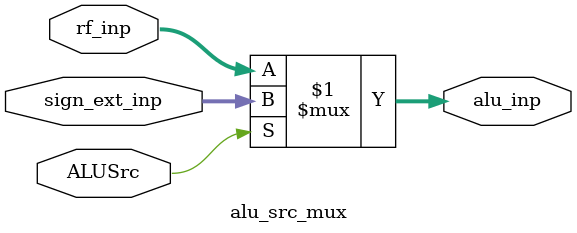
<source format=sv>
module alu_src_mux(ALUSrc, rf_inp, sign_ext_inp, alu_inp);

/************************************************************												*		
* This module implements a 2:1 mux used in selecting between*
* register file input and sign extended input data 	using 	*
* ALUSrc signal												*
*************************************************************
*		ALUSrc	|	output									*
*************************************************************
*		0		|	rf_inp									*
*		1		|	sign_ext_inp                            *
*************************************************************/
input ALUSrc;
input [15:0] rf_inp, sign_ext_inp;
output [15:0] alu_inp;

assign alu_inp = ALUSrc ? sign_ext_inp : rf_inp;

endmodule
</source>
